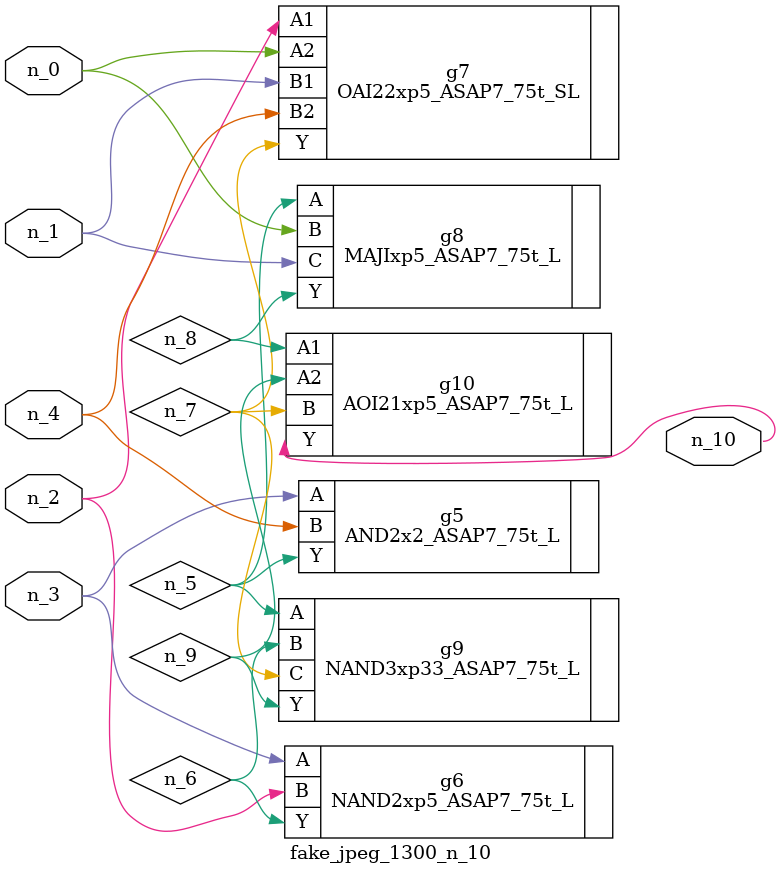
<source format=v>
module fake_jpeg_1300_n_10 (n_3, n_2, n_1, n_0, n_4, n_10);

input n_3;
input n_2;
input n_1;
input n_0;
input n_4;

output n_10;

wire n_8;
wire n_9;
wire n_6;
wire n_5;
wire n_7;

AND2x2_ASAP7_75t_L g5 ( 
.A(n_3),
.B(n_4),
.Y(n_5)
);

NAND2xp5_ASAP7_75t_L g6 ( 
.A(n_3),
.B(n_2),
.Y(n_6)
);

OAI22xp5_ASAP7_75t_SL g7 ( 
.A1(n_2),
.A2(n_0),
.B1(n_1),
.B2(n_4),
.Y(n_7)
);

MAJIxp5_ASAP7_75t_L g8 ( 
.A(n_5),
.B(n_0),
.C(n_1),
.Y(n_8)
);

AOI21xp5_ASAP7_75t_L g10 ( 
.A1(n_8),
.A2(n_9),
.B(n_7),
.Y(n_10)
);

NAND3xp33_ASAP7_75t_L g9 ( 
.A(n_5),
.B(n_6),
.C(n_7),
.Y(n_9)
);


endmodule
</source>
